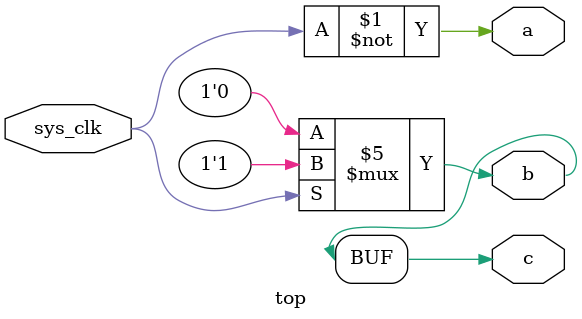
<source format=v>
/* Machine-generated using Migen */
`default_nettype none

module top(
	input sys_clk,
	output a,
	output b,
	output reg c
);


initial begin
	c = 1'd0;
end

assign a = (~sys_clk);
assign b = c;
always @(*) begin
	c = 1'd0;
	if (a) begin
		c = 1'd0;
	end else begin
		c = 1'd1;
	end
end

endmodule

</source>
